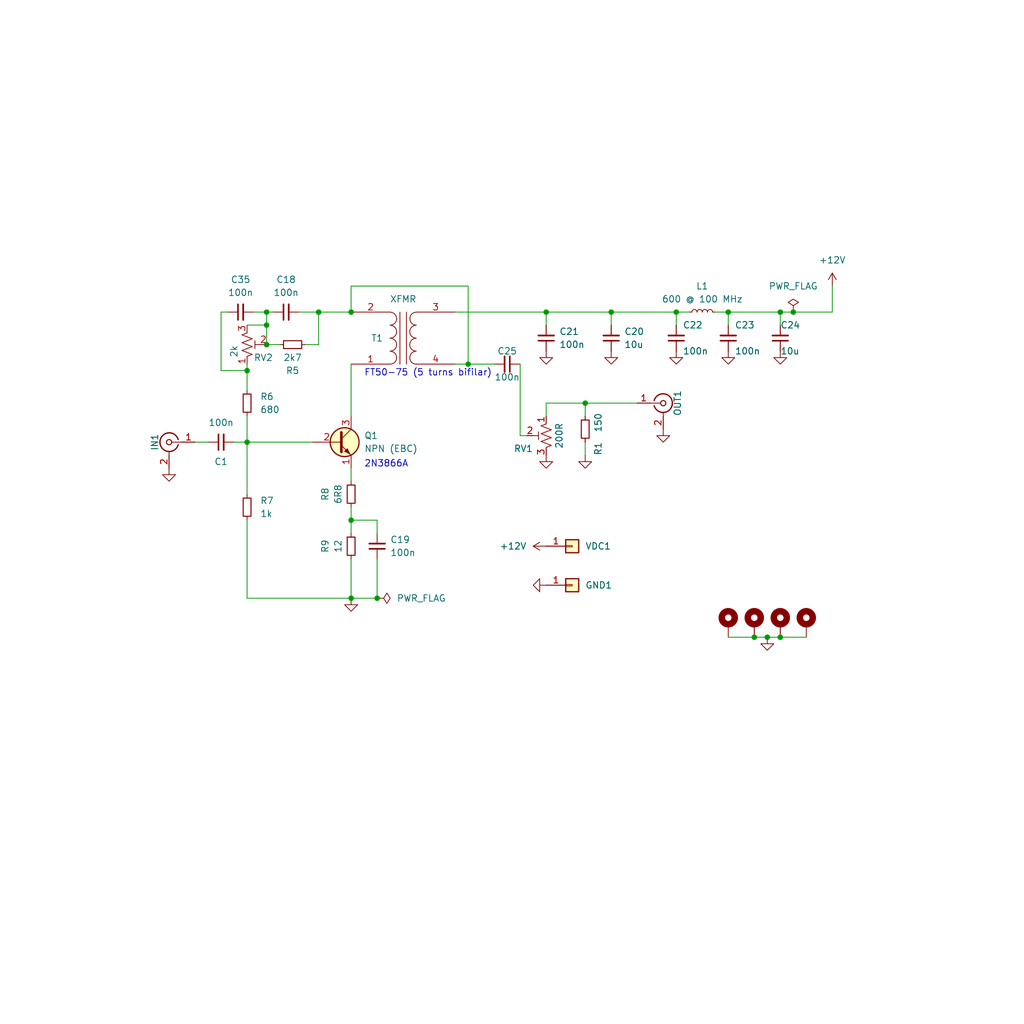
<source format=kicad_sch>
(kicad_sch (version 20230121) (generator eeschema)
  (paper "User" 200 200)
  (title_block (title "HF Pre-Amp v3.02") (date "2023-09-11") (company "Dhiru Kholia (VU3CER)"))
  (lib_symbols
    (symbol "Connector:Conn_Coaxial" (pin_names (offset 1.016) hide)
      (property "Reference" "J" (at 0.254 3.048 0))
      (property "Value" "Conn_Coaxial" (at 2.921 0 90))
      (symbol "Conn_Coaxial_0_1"
        (arc (start -1.778 -0.508) (mid 0.2311 -1.8066) (end 1.778 0) (stroke (width 0.254)))
        (polyline (pts (xy -2.54 0) (xy -0.508 0)))
        (polyline (pts (xy 0 -2.54) (xy 0 -1.778)))
        (circle (center 0 0) (radius 0.508) (stroke (width 0.2032)))
        (arc (start 1.778 0) (mid 0.2099 1.8101) (end -1.778 0.508) (stroke (width 0.254)))
      )
      (symbol "Conn_Coaxial_1_1"
        (pin passive line (at -5.08 0 0) (length 2.54) (name "In") (number "1"))
        (pin passive line (at 0 -5.08 90) (length 2.54) (name "Ext") (number "2"))
      )
    )
    (symbol "Connector_Generic:Conn_01x01" (pin_names (offset 1.016) hide)
      (property "Reference" "J" (at 0 2.54 0))
      (property "Value" "Conn_01x01" (at 0 -2.54 0))
      (symbol "Conn_01x01_1_1"
        (rectangle (start -1.27 0.127) (end 0 -0.127) (stroke (width 0.1524)))
        (rectangle (start -1.27 1.27) (end 1.27 -1.27) (stroke (width 0.254)) (fill (type background)))
        (pin passive line (at -5.08 0 0) (length 3.81) (name "Pin_1") (number "1"))
      )
    )
    (symbol "Device:C_Small" (pin_numbers hide) (pin_names (offset 0.254) hide)
      (property "Reference" "C" (at 0.254 1.778 0))
      (property "Value" "C_Small" (at 0.254 -2.032 0))
      (symbol "C_Small_0_1"
        (polyline (pts (xy -1.524 -0.508) (xy 1.524 -0.508)) (stroke (width 0.3302)))
        (polyline (pts (xy -1.524 0.508) (xy 1.524 0.508)) (stroke (width 0.3048)))
      )
      (symbol "C_Small_1_1"
        (pin passive line (at 0 2.54 270) (length 2.032) (name "~") (number "1"))
        (pin passive line (at 0 -2.54 90) (length 2.032) (name "~") (number "2"))
      )
    )
    (symbol "Device:L_Small" (pin_numbers hide) (pin_names (offset 0.254) hide)
      (property "Reference" "L" (at 0.762 1.016 0))
      (property "Value" "L_Small" (at 0.762 -1.016 0))
      (symbol "L_Small_0_1"
        (arc (start 0 -2.032) (mid 0.5058 -1.524) (end 0 -1.016))
        (arc (start 0 -1.016) (mid 0.5058 -0.508) (end 0 0))
        (arc (start 0 0) (mid 0.5058 0.508) (end 0 1.016))
        (arc (start 0 1.016) (mid 0.5058 1.524) (end 0 2.032))
      )
      (symbol "L_Small_1_1"
        (pin passive line (at 0 2.54 270) (length 0.508) (name "~") (number "1"))
        (pin passive line (at 0 -2.54 90) (length 0.508) (name "~") (number "2"))
      )
    )
    (symbol "Device:R_Potentiometer_Trim_US" (pin_names (offset 1.016) hide)
      (property "Reference" "RV" (at -4.445 0 90))
      (property "Value" "R_Potentiometer_Trim_US" (at -2.54 0 90))
      (symbol "R_Potentiometer_Trim_US_0_1"
        (polyline (pts (xy 0 -2.286) (xy 0 -2.54)))
        (polyline (pts (xy 0 2.286) (xy 0 2.54)))
        (polyline (pts (xy 1.524 0.762) (xy 1.524 -0.762)))
        (polyline (pts (xy 2.54 0) (xy 1.524 0)))
        (polyline (pts (xy 0 -0.762) (xy 1.016 -1.143) (xy 0 -1.524) (xy -1.016 -1.905) (xy 0 -2.286)))
        (polyline (pts (xy 0 0.762) (xy 1.016 0.381) (xy 0 0) (xy -1.016 -0.381) (xy 0 -0.762)))
        (polyline (pts (xy 0 2.286) (xy 1.016 1.905) (xy 0 1.524) (xy -1.016 1.143) (xy 0 0.762)))
      )
      (symbol "R_Potentiometer_Trim_US_1_1"
        (pin passive line (at 0 3.81 270) (length 1.27) (name "1") (number "1"))
        (pin passive line (at 3.81 0 180) (length 1.27) (name "2") (number "2"))
        (pin passive line (at 0 -3.81 90) (length 1.27) (name "3") (number "3"))
      )
    )
    (symbol "Device:R_Small" (pin_numbers hide) (pin_names (offset 0.254) hide)
      (property "Reference" "R" (at 0.762 0.508 0))
      (property "Value" "R_Small" (at 0.762 -1.016 0))
      (symbol "R_Small_0_1"
        (rectangle (start -0.762 1.778) (end 0.762 -1.778) (stroke (width 0.2032)))
      )
      (symbol "R_Small_1_1"
        (pin passive line (at 0 2.54 270) (length 0.762) (name "~") (number "1"))
        (pin passive line (at 0 -2.54 90) (length 0.762) (name "~") (number "2"))
      )
    )
    (symbol "Device:Transformer_1P_1S" (pin_names (offset 1.016) hide)
      (property "Reference" "T" (at 0 6.35 0))
      (property "Value" "Transformer_1P_1S" (at 0 -7.62 0))
      (symbol "Transformer_1P_1S_0_1"
        (arc (start -2.54 -5.0546) (mid -1.6599 -4.6901) (end -1.27 -3.81))
        (arc (start -2.54 -2.5146) (mid -1.6599 -2.1501) (end -1.27 -1.27))
        (arc (start -2.54 0.0254) (mid -1.6599 0.3899) (end -1.27 1.27))
        (arc (start -2.54 2.5654) (mid -1.6599 2.9299) (end -1.27 3.81))
        (arc (start -1.27 -3.81) (mid -1.642 -2.912) (end -2.54 -2.54))
        (arc (start -1.27 -1.27) (mid -1.642 -0.372) (end -2.54 0))
        (arc (start -1.27 1.27) (mid -1.642 2.168) (end -2.54 2.54))
        (arc (start -1.27 3.81) (mid -1.642 4.708) (end -2.54 5.08))
        (polyline (pts (xy -0.635 5.08) (xy -0.635 -5.08)))
        (polyline (pts (xy 0.635 -5.08) (xy 0.635 5.08)))
        (arc (start 1.2954 -1.27) (mid 1.6599 -2.1501) (end 2.54 -2.5146))
        (arc (start 1.2954 1.27) (mid 1.6599 0.3899) (end 2.54 0.0254))
        (arc (start 1.2954 3.81) (mid 1.6599 2.9299) (end 2.54 2.5654))
        (arc (start 1.3208 -3.81) (mid 1.6853 -4.6901) (end 2.5654 -5.0546))
        (arc (start 2.54 0) (mid 1.642 -0.372) (end 1.2954 -1.27))
        (arc (start 2.54 2.54) (mid 1.642 2.168) (end 1.2954 1.27))
        (arc (start 2.54 5.08) (mid 1.642 4.708) (end 1.2954 3.81))
        (arc (start 2.5654 -2.54) (mid 1.6674 -2.912) (end 1.3208 -3.81))
      )
      (symbol "Transformer_1P_1S_1_1"
        (pin passive line (at -10.16 5.08 0) (length 7.62) (name "AA") (number "1"))
        (pin passive line (at -10.16 -5.08 0) (length 7.62) (name "AB") (number "2"))
        (pin passive line (at 10.16 -5.08 180) (length 7.62) (name "SA") (number "3"))
        (pin passive line (at 10.16 5.08 180) (length 7.62) (name "SB") (number "4"))
      )
    )
    (symbol "Mechanical:MountingHole_Pad" (pin_numbers hide) (pin_names (offset 1.016) hide)
      (property "Reference" "H" (at 0 6.35 0))
      (property "Value" "MountingHole_Pad" (at 0 4.445 0))
      (symbol "MountingHole_Pad_0_1"
        (circle (center 0 1.27) (radius 1.27) (stroke (width 1.27)))
      )
      (symbol "MountingHole_Pad_1_1"
        (pin input line (at 0 -2.54 90) (length 2.54) (name "1") (number "1"))
      )
    )
    (symbol "PCM_4ms_Power-symbol:PWR_FLAG" (power) (pin_numbers hide) (pin_names (offset 0) hide)
      (property "Value" "PWR_FLAG" (at 0 3.81 0))
      (symbol "PWR_FLAG_0_0"
        (pin power_out line (at 0 0 90) (length 0) (name "pwr") (number "1"))
      )
      (symbol "PWR_FLAG_0_1"
        (polyline (pts (xy 0 0) (xy 0 1.27) (xy -1.016 1.905) (xy 0 2.54) (xy 1.016 1.905) (xy 0 1.27)))
      )
    )
    (symbol "PCM_Transistor_BJT_AKL:2N3866A" (pin_names hide)
      (property "Reference" "Q" (at 5.08 1.27 0))
      (property "Value" "2N3866A" (at 5.08 -1.27 0))
      (symbol "2N3866A_0_1"
        (polyline (pts (xy 0.635 0.635) (xy 2.54 2.54)))
        (polyline (pts (xy 0.635 -0.635) (xy 2.54 -2.54) (xy 2.54 -2.54)))
        (polyline (pts (xy 0.635 1.905) (xy 0.635 -1.905) (xy 0.635 -1.905)) (stroke (width 0.508)))
        (polyline (pts (xy 1.27 -1.778) (xy 1.778 -1.27) (xy 2.286 -2.286) (xy 1.27 -1.778) (xy 1.27 -1.778)) (fill (type outline)))
        (circle (center 1.27 0) (radius 2.8194) (stroke (width 0.254)) (fill (type background)))
      )
      (symbol "2N3866A_1_1"
        (pin passive line (at 2.54 -5.08 90) (length 2.54) (name "E") (number "1"))
        (pin passive line (at -5.08 0 0) (length 5.715) (name "B") (number "2"))
        (pin passive line (at 2.54 5.08 270) (length 2.54) (name "C") (number "3"))
      )
    )
    (symbol "power:+12V" (power) (pin_names (offset 0))
      (property "Value" "+12V" (at 0 3.556 0))
      (symbol "+12V_0_1"
        (polyline (pts (xy -0.762 1.27) (xy 0 2.54)))
        (polyline (pts (xy 0 0) (xy 0 2.54)))
        (polyline (pts (xy 0 2.54) (xy 0.762 1.27)))
      )
      (symbol "+12V_1_1"
        (pin power_in line (at 0 0 90) (length 0) hide (name "+12V") (number "1"))
      )
    )
    (symbol "power:GND" (power) (pin_names (offset 0))
      (property "Value" "GND" (at 0 -3.81 0))
      (symbol "GND_0_1"
        (polyline (pts (xy 0 0) (xy 0 -1.27) (xy 1.27 -1.27) (xy 0 -2.54) (xy -1.27 -1.27) (xy 0 -1.27)))
      )
      (symbol "GND_1_1"
        (pin power_in line (at 0 0 270) (length 0) hide (name "GND") (number "1"))
      )
    )
  )
  (junction (at 154.94 60.96))
  (junction (at 114.3 78.74))
  (junction (at 68.58 101.6))
  (junction (at 142.24 60.96))
  (junction (at 73.66 116.84))
  (junction (at 119.38 60.96))
  (junction (at 52.07 63.5))
  (junction (at 52.07 60.96))
  (junction (at 106.68 60.96))
  (junction (at 152.4 124.46))
  (junction (at 68.58 116.84))
  (junction (at 91.44 71.12))
  (junction (at 149.86 124.46))
  (junction (at 48.26 72.39))
  (junction (at 147.32 124.46))
  (junction (at 68.58 60.96))
  (junction (at 48.26 86.36))
  (junction (at 52.07 67.31))
  (junction (at 152.4 60.96))
  (junction (at 132.08 60.96))
  (junction (at 62.23 60.96))
  (wire (pts (xy 68.58 91.44) (xy 68.58 93.98)))
  (wire (pts (xy 68.58 101.6) (xy 73.66 101.6)))
  (wire (pts (xy 106.68 60.96) (xy 106.68 63.5)))
  (wire (pts (xy 91.44 55.88) (xy 91.44 71.12)))
  (wire (pts (xy 119.38 60.96) (xy 106.68 60.96)))
  (wire (pts (xy 52.07 67.31) (xy 54.61 67.31)))
  (wire (pts (xy 62.23 67.31) (xy 62.23 60.96)))
  (wire (pts (xy 91.44 71.12) (xy 96.52 71.12)))
  (wire (pts (xy 52.07 63.5) (xy 52.07 67.31)))
  (wire (pts (xy 68.58 71.12) (xy 68.58 81.28)))
  (wire (pts (xy 162.56 55.88) (xy 162.56 60.96)))
  (wire (pts (xy 59.69 67.31) (xy 62.23 67.31)))
  (wire (pts (xy 68.58 55.88) (xy 91.44 55.88)))
  (wire (pts (xy 139.7 60.96) (xy 142.24 60.96)))
  (wire (pts (xy 147.32 124.46) (xy 149.86 124.46)))
  (wire (pts (xy 48.26 116.84) (xy 68.58 116.84)))
  (wire (pts (xy 114.3 78.74) (xy 114.3 81.28)))
  (wire (pts (xy 48.26 81.28) (xy 48.26 86.36)))
  (wire (pts (xy 106.68 81.28) (xy 106.68 78.74)))
  (wire (pts (xy 73.66 116.84) (xy 73.66 109.22)))
  (wire (pts (xy 68.58 60.96) (xy 68.58 55.88)))
  (wire (pts (xy 119.38 60.96) (xy 132.08 60.96)))
  (wire (pts (xy 43.18 60.96) (xy 44.45 60.96)))
  (wire (pts (xy 132.08 60.96) (xy 132.08 63.5)))
  (wire (pts (xy 68.58 116.84) (xy 73.66 116.84)))
  (wire (pts (xy 48.26 63.5) (xy 52.07 63.5)))
  (wire (pts (xy 48.26 71.12) (xy 48.26 72.39)))
  (wire (pts (xy 101.6 85.09) (xy 102.87 85.09)))
  (wire (pts (xy 52.07 60.96) (xy 53.34 60.96)))
  (wire (pts (xy 142.24 60.96) (xy 152.4 60.96)))
  (wire (pts (xy 38.1 86.36) (xy 40.64 86.36)))
  (wire (pts (xy 68.58 99.06) (xy 68.58 101.6)))
  (wire (pts (xy 48.26 96.52) (xy 48.26 86.36)))
  (wire (pts (xy 154.94 60.96) (xy 162.56 60.96)))
  (wire (pts (xy 142.24 124.46) (xy 147.32 124.46)))
  (wire (pts (xy 101.6 71.12) (xy 101.6 85.09)))
  (wire (pts (xy 68.58 101.6) (xy 68.58 104.14)))
  (wire (pts (xy 114.3 88.9) (xy 114.3 86.36)))
  (wire (pts (xy 114.3 78.74) (xy 124.46 78.74)))
  (wire (pts (xy 73.66 101.6) (xy 73.66 104.14)))
  (wire (pts (xy 48.26 116.84) (xy 48.26 101.6)))
  (wire (pts (xy 91.44 71.12) (xy 88.9 71.12)))
  (wire (pts (xy 48.26 86.36) (xy 60.96 86.36)))
  (wire (pts (xy 52.07 60.96) (xy 52.07 63.5)))
  (wire (pts (xy 43.18 60.96) (xy 43.18 72.39)))
  (wire (pts (xy 62.23 60.96) (xy 68.58 60.96)))
  (wire (pts (xy 45.72 86.36) (xy 48.26 86.36)))
  (wire (pts (xy 132.08 60.96) (xy 134.62 60.96)))
  (wire (pts (xy 152.4 124.46) (xy 157.48 124.46)))
  (wire (pts (xy 58.42 60.96) (xy 62.23 60.96)))
  (wire (pts (xy 119.38 63.5) (xy 119.38 60.96)))
  (wire (pts (xy 142.24 60.96) (xy 142.24 63.5)))
  (wire (pts (xy 43.18 72.39) (xy 48.26 72.39)))
  (wire (pts (xy 49.53 60.96) (xy 52.07 60.96)))
  (wire (pts (xy 152.4 60.96) (xy 154.94 60.96)))
  (wire (pts (xy 106.68 78.74) (xy 114.3 78.74)))
  (wire (pts (xy 152.4 60.96) (xy 152.4 63.5)))
  (wire (pts (xy 149.86 124.46) (xy 152.4 124.46)))
  (wire (pts (xy 68.58 109.22) (xy 68.58 116.84)))
  (wire (pts (xy 48.26 72.39) (xy 48.26 76.2)))
  (wire (pts (xy 88.9 60.96) (xy 106.68 60.96)))
  (text "2N3866A" (at 71.12 91.44 0) (effects (font (size 1.27 1.27)) (justify left bottom)))
  (text "FT50-75 (5 turns bifilar)" (at 71.12 73.66 0) (effects (font (size 1.27 1.27)) (justify left bottom)))
  (symbol (lib_id "PCM_4ms_Power-symbol:PWR_FLAG") (at 73.66 116.84 270) (unit 1)
    (property "Reference" "#FLG01" (effects hide))
    (property "Value" "PWR_FLAG" (at 77.47 116.84 90) (effects (justify left)))
  )
  (symbol (lib_id "power:GND") (at 106.68 114.3 270) (unit 1)
    (property "Reference" "#PWR07" (effects hide))
    (property "Value" "GND" (effects hide))
  )
  (symbol (lib_id "power:GND") (at 119.38 68.58 0) (mirror y) (unit 1)
    (property "Reference" "#PWR05" (effects hide))
    (property "Value" "GND" (effects hide))
  )
  (symbol (lib_id "Mechanical:MountingHole_Pad") (at 147.32 121.92 0) (unit 1)
    (property "Reference" "H2" (effects hide))
    (property "Value" "MountingHole_Pad" (effects hide))
    (property "Footprint" "MountingHole:MountingHole_2.2mm_M2_Pad_Via" (effects hide))
  )
  (symbol (lib_id "Connector:Conn_Coaxial") (at 33.02 86.36 0) (mirror y) (unit 1)
    (property "Reference" "IN1" (at 30.226 86.36 90))
    (property "Value" "SMA" (effects hide))
    (property "Footprint" "footprints:SMA_EDGELAUNCH_Modded" (effects hide))
    (property "Datasheet" " ~" (effects hide))
  )
  (symbol (lib_id "Device:R_Potentiometer_Trim_US") (at 48.26 67.31 0) (mirror x) (unit 1)
    (property "Reference" "RV2" (at 53.34 69.85 0) (effects (justify right)))
    (property "Value" "2k" (at 45.72 69.85 90) (effects (justify right)))
    (property "Footprint" "Potentiometer_THT:Potentiometer_Bourns_3386P_Vertical" (effects hide))
  )
  (symbol (lib_id "power:GND") (at 152.4 68.58 0) (mirror y) (unit 1)
    (property "Reference" "#PWR012" (effects hide))
    (property "Value" "GND" (effects hide))
  )
  (symbol (lib_id "Mechanical:MountingHole_Pad") (at 157.48 121.92 0) (unit 1)
    (property "Reference" "H4" (effects hide))
    (property "Value" "MountingHole_Pad" (effects hide))
    (property "Footprint" "MountingHole:MountingHole_2.2mm_M2_Pad_Via" (effects hide))
  )
  (symbol (lib_id "Device:C_Small") (at 43.18 86.36 90) (unit 1)
    (property "Reference" "C1" (at 43.18 90.17 90))
    (property "Value" "100n" (at 43.1863 82.55 90))
    (property "Footprint" "Capacitor_SMD:C_1206_3216Metric_Pad1.33x1.80mm_HandSolder" (effects hide))
  )
  (symbol (lib_id "power:GND") (at 106.68 88.9 0) (mirror y) (unit 1)
    (property "Reference" "#PWR08" (effects hide))
    (property "Value" "GND" (effects hide))
  )
  (symbol (lib_id "power:GND") (at 68.58 116.84 0) (unit 1)
    (property "Reference" "#PWR01" (effects hide))
    (property "Value" "GND" (effects hide))
  )
  (symbol (lib_id "Mechanical:MountingHole_Pad") (at 142.24 121.92 0) (unit 1)
    (property "Reference" "H1" (effects hide))
    (property "Value" "MountingHole_Pad" (effects hide))
    (property "Footprint" "MountingHole:MountingHole_2.2mm_M2_Pad_Via" (effects hide))
  )
  (symbol (lib_id "Device:C_Small") (at 142.24 66.04 180) (unit 1)
    (property "Reference" "C23" (at 143.51 63.5 0) (effects (justify right)))
    (property "Value" "100n" (at 143.51 68.58 0) (effects (justify right)))
    (property "Footprint" "Capacitor_SMD:C_1206_3216Metric_Pad1.33x1.80mm_HandSolder" (effects hide))
  )
  (symbol (lib_id "PCM_4ms_Power-symbol:PWR_FLAG") (at 154.94 60.96 0) (unit 1)
    (property "Reference" "#FLG02" (effects hide))
    (property "Value" "PWR_FLAG" (at 154.94 55.88 0))
  )
  (symbol (lib_id "Device:C_Small") (at 99.06 71.12 270) (unit 1)
    (property "Reference" "C25" (at 99.06 68.58 90))
    (property "Value" "100n" (at 99.06 73.66 90))
    (property "Footprint" "Capacitor_SMD:C_1206_3216Metric_Pad1.33x1.80mm_HandSolder" (effects hide))
  )
  (symbol (lib_id "power:+12V") (at 162.56 55.88 0) (unit 1)
    (property "Reference" "#PWR014" (effects hide))
    (property "Value" "+12V" (at 162.56 50.8 0))
  )
  (symbol (lib_id "Device:C_Small") (at 106.68 66.04 180) (unit 1)
    (property "Reference" "C21" (at 109.22 64.7636 0) (effects (justify right)))
    (property "Value" "100n" (at 109.22 67.3036 0) (effects (justify right)))
    (property "Footprint" "Capacitor_SMD:C_1206_3216Metric_Pad1.33x1.80mm_HandSolder" (effects hide))
  )
  (symbol (lib_id "Device:R_Small") (at 57.15 67.31 270) (unit 1)
    (property "Reference" "R5" (at 57.15 72.39 90))
    (property "Value" "2k7" (at 57.15 69.85 90))
    (property "Footprint" "Resistor_SMD:R_1206_3216Metric_Pad1.30x1.75mm_HandSolder" (effects hide))
  )
  (symbol (lib_id "Device:R_Small") (at 48.26 78.74 0) (unit 1)
    (property "Reference" "R6" (at 50.8 77.47 0) (effects (justify left)))
    (property "Value" "680" (at 50.8 80.01 0) (effects (justify left)))
    (property "Footprint" "Resistor_SMD:R_1206_3216Metric_Pad1.30x1.75mm_HandSolder" (effects hide))
  )
  (symbol (lib_id "Device:C_Small") (at 152.4 66.04 180) (unit 1)
    (property "Reference" "C24" (at 152.4 63.5 0) (effects (justify right)))
    (property "Value" "10u" (at 152.4 68.58 0) (effects (justify right)))
    (property "Footprint" "Capacitor_SMD:C_1206_3216Metric_Pad1.33x1.80mm_HandSolder" (effects hide))
  )
  (symbol (lib_id "power:GND") (at 129.54 83.82 0) (mirror y) (unit 1)
    (property "Reference" "#PWR03" (effects hide))
    (property "Value" "GND" (effects hide))
  )
  (symbol (lib_id "power:GND") (at 106.68 68.58 0) (mirror y) (unit 1)
    (property "Reference" "#PWR04" (effects hide))
    (property "Value" "GND" (effects hide))
  )
  (symbol (lib_id "Device:C_Small") (at 55.88 60.96 90) (unit 1)
    (property "Reference" "C18" (at 55.8863 54.61 90))
    (property "Value" "100n" (at 55.8863 57.15 90))
    (property "Footprint" "Capacitor_SMD:C_1206_3216Metric_Pad1.33x1.80mm_HandSolder" (effects hide))
  )
  (symbol (lib_id "Mechanical:MountingHole_Pad") (at 152.4 121.92 0) (unit 1)
    (property "Reference" "H3" (effects hide))
    (property "Value" "MountingHole_Pad" (effects hide))
    (property "Footprint" "MountingHole:MountingHole_2.2mm_M2_Pad_Via" (effects hide))
  )
  (symbol (lib_id "power:GND") (at 132.08 68.58 0) (mirror y) (unit 1)
    (property "Reference" "#PWR010" (effects hide))
    (property "Value" "GND" (effects hide))
  )
  (symbol (lib_id "power:+12V") (at 106.68 106.68 90) (unit 1)
    (property "Reference" "#PWR06" (effects hide))
    (property "Value" "+12V" (at 102.87 106.68 90) (effects (justify left)))
  )
  (symbol (lib_id "Device:C_Small") (at 73.66 106.68 180) (unit 1)
    (property "Reference" "C19" (at 76.2 105.4036 0) (effects (justify right)))
    (property "Value" "100n" (at 76.2 107.9436 0) (effects (justify right)))
    (property "Footprint" "Capacitor_SMD:C_1206_3216Metric_Pad1.33x1.80mm_HandSolder" (effects hide))
  )
  (symbol (lib_id "Device:R_Potentiometer_Trim_US") (at 106.68 85.09 0) (mirror y) (unit 1)
    (property "Reference" "RV1" (at 100.33 87.63 0) (effects (justify right)))
    (property "Value" "200R" (at 109.22 82.55 90) (effects (justify right)))
    (property "Footprint" "Potentiometer_THT:Potentiometer_Bourns_3386P_Vertical" (effects hide))
  )
  (symbol (lib_id "Device:R_Small") (at 68.58 106.68 180) (unit 1)
    (property "Reference" "R9" (at 63.5 106.68 90))
    (property "Value" "12" (at 66.04 106.68 90))
    (property "Footprint" "Resistor_SMD:R_1206_3216Metric_Pad1.30x1.75mm_HandSolder" (effects hide))
  )
  (symbol (lib_id "Device:R_Small") (at 48.26 99.06 0) (unit 1)
    (property "Reference" "R7" (at 50.8 97.79 0) (effects (justify left)))
    (property "Value" "1k" (at 50.8 100.33 0) (effects (justify left)))
    (property "Footprint" "Resistor_SMD:R_1206_3216Metric_Pad1.30x1.75mm_HandSolder" (effects hide))
  )
  (symbol (lib_id "Device:R_Small") (at 68.58 96.52 180) (unit 1)
    (property "Reference" "R8" (at 63.5 96.52 90))
    (property "Value" "6R8" (at 66.04 96.52 90))
    (property "Footprint" "Resistor_SMD:R_1206_3216Metric_Pad1.30x1.75mm_HandSolder" (effects hide))
  )
  (symbol (lib_id "Device:C_Small") (at 132.08 66.04 180) (unit 1)
    (property "Reference" "C22" (at 133.35 63.5 0) (effects (justify right)))
    (property "Value" "100n" (at 133.35 68.58 0) (effects (justify right)))
    (property "Footprint" "Capacitor_SMD:C_1206_3216Metric_Pad1.33x1.80mm_HandSolder" (effects hide))
  )
  (symbol (lib_id "Device:Transformer_1P_1S") (at 78.74 66.04 0) (mirror x) (unit 1)
    (property "Reference" "T1" (at 73.66 66.04 0))
    (property "Value" "XFMR" (at 78.7527 58.42 0))
    (property "Footprint" "footprints:FT50-43 Transformer" (effects hide))
  )
  (symbol (lib_id "power:GND") (at 142.24 68.58 0) (mirror y) (unit 1)
    (property "Reference" "#PWR011" (effects hide))
    (property "Value" "GND" (effects hide))
  )
  (symbol (lib_id "PCM_Transistor_BJT_AKL:2N3866A") (at 66.04 86.36 0) (unit 1)
    (property "Reference" "Q1" (at 71.12 85.09 0) (effects (justify left)))
    (property "Value" "NPN (EBC)" (at 71.12 87.63 0) (effects (justify left)))
    (property "Footprint" "Package_TO_SOT_THT:TO-38-3" (effects hide))
    (property "Datasheet" "https://www.microsemi.com/document-portal/doc_view/6062-2n3866-datasheet-rev-b-pdf" (effects hide))
  )
  (symbol (lib_id "Device:C_Small") (at 46.99 60.96 90) (unit 1)
    (property "Reference" "C35" (at 46.9963 54.61 90))
    (property "Value" "100n" (at 46.9963 57.15 90))
    (property "Footprint" "Capacitor_SMD:C_1206_3216Metric_Pad1.33x1.80mm_HandSolder" (effects hide))
  )
  (symbol (lib_id "power:GND") (at 33.02 91.44 0) (unit 1)
    (property "Reference" "#PWR02" (effects hide))
    (property "Value" "GND" (effects hide))
  )
  (symbol (lib_id "Connector_Generic:Conn_01x01") (at 111.76 106.68 0) (unit 1)
    (property "Reference" "VDC1" (at 114.3 106.68 0) (effects (justify left)))
    (property "Value" "Conn_01x01" (effects hide))
    (property "Footprint" "TestPoint:TestPoint_Pad_3.0x3.0mm" (effects hide))
  )
  (symbol (lib_id "Device:L_Small") (at 137.16 60.96 90) (unit 1)
    (property "Reference" "L1" (at 137.16 55.88 90))
    (property "Value" "600 @ 100 MHz" (at 137.16 58.42 90))
    (property "Footprint" "Inductor_SMD:L_1206_3216Metric_Pad1.42x1.75mm_HandSolder" (effects hide))
  )
  (symbol (lib_id "Device:R_Small") (at 114.3 83.82 180) (unit 1)
    (property "Reference" "R1" (at 116.84 87.63 90))
    (property "Value" "150" (at 116.84 82.55 90))
    (property "Footprint" "Resistor_SMD:R_1206_3216Metric_Pad1.30x1.75mm_HandSolder" (effects hide))
  )
  (symbol (lib_id "power:GND") (at 149.86 124.46 0) (unit 1)
    (property "Reference" "#PWR016" (effects hide))
    (property "Value" "GND" (effects hide))
  )
  (symbol (lib_id "Connector_Generic:Conn_01x01") (at 111.76 114.3 0) (unit 1)
    (property "Reference" "GND1" (at 114.3 114.3 0) (effects (justify left)))
    (property "Value" "Conn_01x01" (effects hide))
    (property "Footprint" "TestPoint:TestPoint_Pad_3.0x3.0mm" (effects hide))
  )
  (symbol (lib_id "Device:C_Small") (at 119.38 66.04 180) (unit 1)
    (property "Reference" "C20" (at 121.92 64.7636 0) (effects (justify right)))
    (property "Value" "10u" (at 121.92 67.3036 0) (effects (justify right)))
    (property "Footprint" "Capacitor_SMD:C_1206_3216Metric_Pad1.33x1.80mm_HandSolder" (effects hide))
  )
  (symbol (lib_id "Connector:Conn_Coaxial") (at 129.54 78.74 0) (unit 1)
    (property "Reference" "OUT1" (at 132.334 78.74 90))
    (property "Value" "SMA" (effects hide))
    (property "Footprint" "footprints:SMA_EDGELAUNCH_Modded" (effects hide))
    (property "Datasheet" " ~" (effects hide))
  )
  (symbol (lib_id "power:GND") (at 114.3 88.9 0) (mirror y) (unit 1)
    (property "Reference" "#PWR09" (effects hide))
    (property "Value" "GND" (effects hide))
  )
)
</source>
